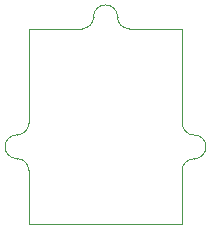
<source format=gm1>
%FSLAX25Y25*%
%MOIN*%
G70*
G01*
G75*
G04 Layer_Color=16711935*
%ADD10C,0.00800*%
%ADD11R,0.01969X0.01969*%
%ADD12R,0.01969X0.01969*%
%ADD13R,0.02756X0.05118*%
%ADD14R,0.09370X0.06496*%
%ADD15R,0.00984X0.02756*%
%ADD16R,0.01929X0.01181*%
%ADD17R,0.02047X0.01181*%
%ADD18R,0.06299X0.03543*%
%ADD19R,0.01102X0.01969*%
%ADD20R,0.12205X0.12205*%
%ADD21R,0.00984X0.02362*%
%ADD22R,0.02362X0.00984*%
%ADD23R,0.10709X0.05079*%
%ADD24R,0.05787X0.04449*%
%ADD25R,0.03000X0.03000*%
%ADD26R,0.04449X0.05787*%
%ADD27R,0.03000X0.03000*%
%ADD28R,0.04331X0.03543*%
%ADD29C,0.02000*%
%ADD30C,0.00600*%
%ADD31C,0.01200*%
%ADD32C,0.01000*%
%ADD33C,0.00500*%
%ADD34C,0.05118*%
%ADD35C,0.01400*%
%ADD36C,0.01969*%
%ADD37R,0.01063X0.02047*%
%ADD38R,0.01417X0.02047*%
%ADD39R,0.02953X0.05906*%
%ADD40O,0.01575X0.05299*%
%ADD41O,0.01575X0.06874*%
%ADD42O,0.05299X0.01575*%
%ADD43O,0.06874X0.01575*%
%ADD44O,0.10024X0.01575*%
%ADD45R,0.08000X0.06300*%
%ADD46C,0.00984*%
%ADD47C,0.00394*%
%ADD48C,0.00787*%
%ADD49R,0.00984X0.01969*%
%ADD50R,0.05118X0.02756*%
%ADD51R,0.05512X0.05512*%
%ADD52R,0.05512X0.05906*%
%ADD53R,0.02756X0.00000*%
%ADD54R,0.02169X0.02169*%
%ADD55R,0.02169X0.02169*%
%ADD56R,0.02956X0.05318*%
%ADD57R,0.10173X0.07299*%
%ADD58R,0.01787X0.03559*%
%ADD59R,0.02323X0.01575*%
%ADD60R,0.02441X0.01575*%
%ADD61R,0.06850X0.04095*%
%ADD62R,0.01654X0.02520*%
%ADD63R,0.12405X0.12405*%
%ADD64R,0.10909X0.05279*%
%ADD65R,0.05987X0.04649*%
%ADD66R,0.03200X0.03200*%
%ADD67R,0.04649X0.05987*%
%ADD68R,0.03200X0.03200*%
%ADD69R,0.04531X0.03743*%
%ADD70C,0.00200*%
%ADD71C,0.02169*%
%ADD72R,0.01000X0.04000*%
%ADD73R,0.01263X0.02247*%
%ADD74R,0.01617X0.02247*%
%ADD75O,0.01775X0.05499*%
%ADD76O,0.01775X0.07074*%
%ADD77O,0.05499X0.01775*%
%ADD78O,0.07074X0.01775*%
%ADD79O,0.10224X0.01775*%
%ADD80C,0.00000*%
%ADD81C,0.00000*%
D80*
X-0Y17750D02*
G03*
X-3903Y21653I-3903J0D01*
G01*
X-7908Y25557D02*
G03*
X-4005Y21653I3903J0D01*
G01*
X-3937Y29562D02*
G03*
X-7908Y25591I0J-3971D01*
G01*
X-3869Y29562D02*
G03*
X34Y33465I0J3903D01*
G01*
X-0Y33499D02*
G03*
X34Y33465I34J0D01*
G01*
X17717Y64961D02*
G03*
X21585Y68829I0J3869D01*
G01*
X25591Y72903D02*
G03*
X21585Y68898I0J-4005D01*
G01*
X29596Y68898D02*
G03*
X25591Y72903I-4005J0D01*
G01*
X29528Y68898D02*
G03*
X33465Y64961I3937J0D01*
G01*
X33465Y64960D02*
G03*
X33465Y64961I0J0D01*
G01*
X51181Y33430D02*
G03*
X55118Y29494I3937J0D01*
G01*
X59089Y25591D02*
G03*
X55186Y29494I-3903J0D01*
G01*
X55084Y21586D02*
G03*
X59089Y25591I0J4005D01*
G01*
X55050Y21586D02*
G03*
X51147Y17683I0J-3903D01*
G01*
X51181Y17601D02*
G03*
X51147Y17683I-116J0D01*
G01*
X-0Y-0D02*
Y17717D01*
Y17750D01*
X-4005Y21653D02*
X-3903D01*
X-7908Y25557D02*
Y25591D01*
X-3937Y29562D02*
X-3869D01*
X-0Y33499D02*
Y64961D01*
X17717D01*
X21585Y68829D02*
Y68898D01*
X29596Y68898D02*
Y68898D01*
Y68830D02*
Y68898D01*
X33465Y64961D02*
Y64961D01*
X33465Y64960D02*
Y64961D01*
X33465Y64961D02*
X51181D01*
Y33430D02*
Y64961D01*
X55118Y29494D02*
X55186D01*
X55050Y21586D02*
X55084D01*
X51181Y-0D02*
Y17601D01*
X-0Y-0D02*
X51181D01*
D81*
X33465Y64961D02*
D03*
M02*

</source>
